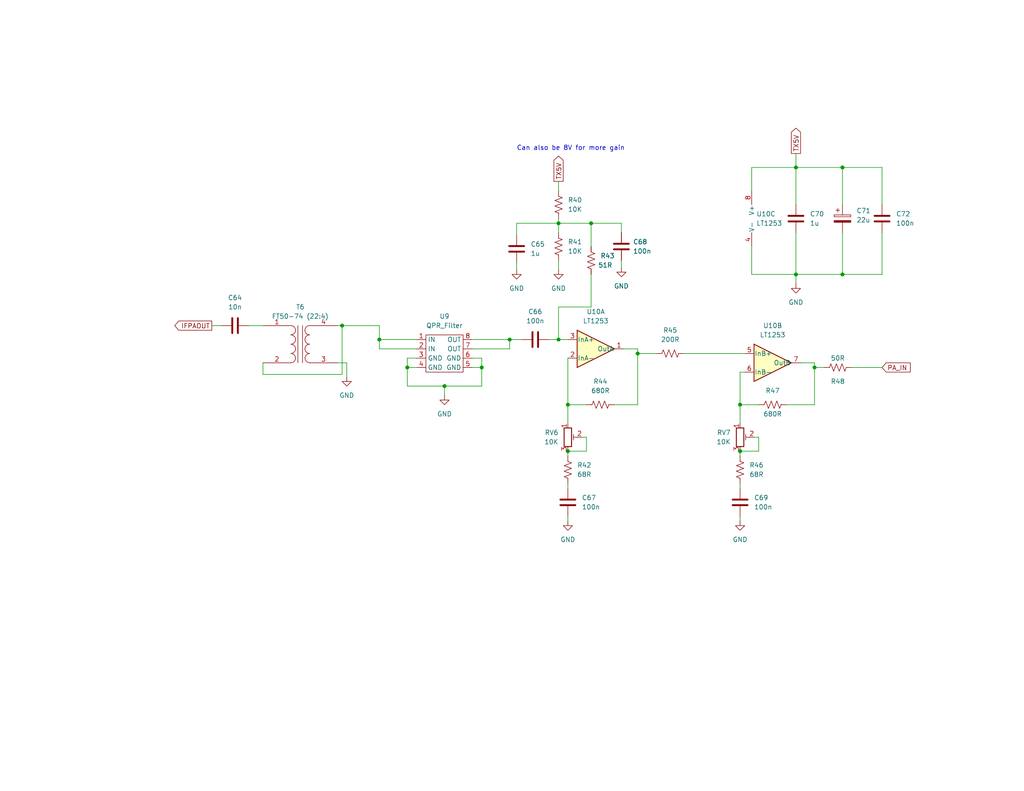
<source format=kicad_sch>
(kicad_sch (version 20211123) (generator eeschema)
  (paper "A")
  (title_block (title "Phoenix 612: RF AMP") (date "2022-08-31") (rev "0.1a") (company "DATER (Dave Peter)"))
  (lib_symbols
    (symbol "Custom_RF:LT1253" (pin_names (offset 0.127))
      (property "Reference" "U" (at 2.54 6.35 0))
      (property "Value" "LT1253" (at 1.27 -6.35 0))
      (symbol "LT1253_1_1"
        (polyline (pts (xy -5.08 5.08) (xy 5.08 0) (xy -5.08 -5.08) (xy -5.08 5.08)) (stroke (width 0.254)) (fill (type background)))
        (pin output line (at 7.62 0 180) (length 2.54) (name "OutA") (number "1"))
        (pin input line (at -7.62 -2.54 0) (length 2.54) (name "InA-") (number "2"))
        (pin input line (at -7.62 2.54 0) (length 2.54) (name "InA+") (number "3"))
      )
      (symbol "LT1253_2_1"
        (polyline (pts (xy -5.08 5.08) (xy 5.08 0) (xy -5.08 -5.08) (xy -5.08 5.08)) (stroke (width 0.254)) (fill (type background)))
        (pin input line (at -7.62 2.54 0) (length 2.54) (name "InB+") (number "5"))
        (pin input line (at -7.62 -2.54 0) (length 2.54) (name "InB-") (number "6"))
        (pin output line (at 7.62 0 180) (length 2.54) (name "OutB") (number "7"))
      )
      (symbol "LT1253_3_1"
        (pin power_in line (at -2.54 -7.62 90) (length 3.81) (name "V-") (number "4"))
        (pin power_in line (at -2.54 7.62 270) (length 3.81) (name "V+") (number "8"))
      )
    )
    (symbol "Custom_RF:QPR_Filter"
      (property "Reference" "U" (at 0 7.62 0))
      (property "Value" "QPR_Filter" (at 0 -7.62 0))
      (symbol "QPR_Filter_0_1"
        (rectangle (start -5.08 5.08) (end 5.08 -5.08))
      )
      (symbol "QPR_Filter_1_1"
        (pin bidirectional line (at -7.62 3.81 0) (length 2.54) (name "IN") (number "1"))
        (pin bidirectional line (at -7.62 1.27 0) (length 2.54) (name "IN") (number "2"))
        (pin power_in line (at -7.62 -1.27 0) (length 2.54) (name "GND") (number "3"))
        (pin power_in line (at -7.62 -3.81 0) (length 2.54) (name "GND") (number "4"))
        (pin power_in line (at 7.62 -3.81 180) (length 2.54) (name "GND") (number "5"))
        (pin power_in line (at 7.62 -1.27 180) (length 2.54) (name "GND") (number "6"))
        (pin bidirectional line (at 7.62 1.27 180) (length 2.54) (name "OUT") (number "7"))
        (pin bidirectional line (at 7.62 3.81 180) (length 2.54) (name "OUT") (number "8"))
      )
    )
    (symbol "Device:C" (pin_numbers hide) (pin_names (offset 0.254))
      (property "Reference" "C" (at 0.635 2.54 0))
      (property "Value" "C" (at 0.635 -2.54 0))
      (symbol "C_0_1"
        (polyline (pts (xy -2.032 -0.762) (xy 2.032 -0.762)) (stroke (width 0.508)))
        (polyline (pts (xy -2.032 0.762) (xy 2.032 0.762)) (stroke (width 0.508)))
      )
      (symbol "C_1_1"
        (pin passive line (at 0 3.81 270) (length 2.794) (name "~") (number "1"))
        (pin passive line (at 0 -3.81 90) (length 2.794) (name "~") (number "2"))
      )
    )
    (symbol "Device:C_Polarized" (pin_numbers hide) (pin_names (offset 0.254))
      (property "Reference" "C" (at 0.635 2.54 0))
      (property "Value" "C_Polarized" (at 0.635 -2.54 0))
      (symbol "C_Polarized_0_1"
        (rectangle (start -2.286 0.508) (end 2.286 1.016))
        (polyline (pts (xy -1.778 2.286) (xy -0.762 2.286)))
        (polyline (pts (xy -1.27 2.794) (xy -1.27 1.778)))
        (rectangle (start 2.286 -0.508) (end -2.286 -1.016) (fill (type outline)))
      )
      (symbol "C_Polarized_1_1"
        (pin passive line (at 0 3.81 270) (length 2.794) (name "~") (number "1"))
        (pin passive line (at 0 -3.81 90) (length 2.794) (name "~") (number "2"))
      )
    )
    (symbol "Device:R_Potentiometer_Trim" (pin_names (offset 1.016) hide)
      (property "Reference" "RV" (at -4.445 0 90))
      (property "Value" "R_Potentiometer_Trim" (at -2.54 0 90))
      (symbol "R_Potentiometer_Trim_0_1"
        (polyline (pts (xy 1.524 0.762) (xy 1.524 -0.762)))
        (polyline (pts (xy 2.54 0) (xy 1.524 0)))
        (rectangle (start 1.016 2.54) (end -1.016 -2.54) (stroke (width 0.254)))
      )
      (symbol "R_Potentiometer_Trim_1_1"
        (pin passive line (at 0 3.81 270) (length 1.27) (name "1") (number "1"))
        (pin passive line (at 3.81 0 180) (length 1.27) (name "2") (number "2"))
        (pin passive line (at 0 -3.81 90) (length 1.27) (name "3") (number "3"))
      )
    )
    (symbol "Device:R_US" (pin_numbers hide) (pin_names (offset 0))
      (property "Reference" "R" (at 2.54 0 90))
      (property "Value" "R_US" (at -2.54 0 90))
      (symbol "R_US_0_1"
        (polyline (pts (xy 0 -2.286) (xy 0 -2.54)))
        (polyline (pts (xy 0 2.286) (xy 0 2.54)))
        (polyline (pts (xy 0 -0.762) (xy 1.016 -1.143) (xy 0 -1.524) (xy -1.016 -1.905) (xy 0 -2.286)))
        (polyline (pts (xy 0 0.762) (xy 1.016 0.381) (xy 0 0) (xy -1.016 -0.381) (xy 0 -0.762)))
        (polyline (pts (xy 0 2.286) (xy 1.016 1.905) (xy 0 1.524) (xy -1.016 1.143) (xy 0 0.762)))
      )
      (symbol "R_US_1_1"
        (pin passive line (at 0 3.81 270) (length 1.27) (name "~") (number "1"))
        (pin passive line (at 0 -3.81 90) (length 1.27) (name "~") (number "2"))
      )
    )
    (symbol "Device:Transformer_1P_1S" (pin_names (offset 1.016) hide)
      (property "Reference" "T" (at 0 6.35 0))
      (property "Value" "Transformer_1P_1S" (at 0 -7.62 0))
      (symbol "Transformer_1P_1S_0_1"
        (arc (start -2.54 -5.0546) (mid -1.6599 -4.6901) (end -1.27 -3.81))
        (arc (start -2.54 -2.5146) (mid -1.6599 -2.1501) (end -1.27 -1.27))
        (arc (start -2.54 0.0254) (mid -1.6599 0.3899) (end -1.27 1.27))
        (arc (start -2.54 2.5654) (mid -1.6599 2.9299) (end -1.27 3.81))
        (arc (start -1.27 -3.81) (mid -1.642 -2.912) (end -2.54 -2.54))
        (arc (start -1.27 -1.27) (mid -1.642 -0.372) (end -2.54 0))
        (arc (start -1.27 1.27) (mid -1.642 2.168) (end -2.54 2.54))
        (arc (start -1.27 3.81) (mid -1.642 4.708) (end -2.54 5.08))
        (polyline (pts (xy -0.635 5.08) (xy -0.635 -5.08)))
        (polyline (pts (xy 0.635 -5.08) (xy 0.635 5.08)))
        (arc (start 1.2954 -1.27) (mid 1.6599 -2.1501) (end 2.54 -2.5146))
        (arc (start 1.2954 1.27) (mid 1.6599 0.3899) (end 2.54 0.0254))
        (arc (start 1.2954 3.81) (mid 1.6599 2.9299) (end 2.54 2.5654))
        (arc (start 1.3208 -3.81) (mid 1.6853 -4.6901) (end 2.5654 -5.0546))
        (arc (start 2.54 0) (mid 1.642 -0.372) (end 1.2954 -1.27))
        (arc (start 2.54 2.54) (mid 1.642 2.168) (end 1.2954 1.27))
        (arc (start 2.54 5.08) (mid 1.642 4.708) (end 1.2954 3.81))
        (arc (start 2.5654 -2.54) (mid 1.6674 -2.912) (end 1.3208 -3.81))
      )
      (symbol "Transformer_1P_1S_1_1"
        (pin passive line (at -10.16 5.08 0) (length 7.62) (name "AA") (number "1"))
        (pin passive line (at -10.16 -5.08 0) (length 7.62) (name "AB") (number "2"))
        (pin passive line (at 10.16 -5.08 180) (length 7.62) (name "SA") (number "3"))
        (pin passive line (at 10.16 5.08 180) (length 7.62) (name "SB") (number "4"))
      )
    )
    (symbol "power:GND" (power) (pin_names (offset 0))
      (property "Value" "GND" (at 0 -3.81 0))
      (symbol "GND_0_1"
        (polyline (pts (xy 0 0) (xy 0 -1.27) (xy 1.27 -1.27) (xy 0 -2.54) (xy -1.27 -1.27) (xy 0 -1.27)))
      )
      (symbol "GND_1_1"
        (pin power_in line (at 0 0 270) (length 0) hide (name "GND") (number "1"))
      )
    )
  )
  (junction (at 152.4 60.96))
  (junction (at 217.17 74.93))
  (junction (at 229.87 74.93))
  (junction (at 152.4 92.71))
  (junction (at 121.285 105.41))
  (junction (at 161.29 60.96))
  (junction (at 103.505 92.71))
  (junction (at 201.93 110.49))
  (junction (at 154.94 110.49))
  (junction (at 93.345 88.9))
  (junction (at 229.87 45.72))
  (junction (at 217.17 45.72))
  (junction (at 154.94 123.19))
  (junction (at 201.93 123.19))
  (junction (at 111.125 100.33))
  (junction (at 222.25 100.33))
  (junction (at 173.99 96.52))
  (junction (at 131.445 100.33))
  (junction (at 139.065 92.71))
  (wire (pts (xy 103.505 95.25) (xy 113.665 95.25)))
  (wire (pts (xy 205.105 74.93) (xy 217.17 74.93)))
  (wire (pts (xy 201.93 110.49) (xy 201.93 115.57)))
  (wire (pts (xy 152.4 71.12) (xy 152.4 73.66)))
  (wire (pts (xy 128.905 95.25) (xy 139.065 95.25)))
  (wire (pts (xy 152.4 59.69) (xy 152.4 60.96)))
  (wire (pts (xy 152.4 60.96) (xy 161.29 60.96)))
  (wire (pts (xy 169.545 73.025) (xy 169.545 71.12)))
  (wire (pts (xy 229.87 63.5) (xy 229.87 74.93)))
  (wire (pts (xy 201.93 132.08) (xy 201.93 133.35)))
  (wire (pts (xy 161.29 60.96) (xy 161.29 67.31)))
  (wire (pts (xy 203.2 101.6) (xy 201.93 101.6)))
  (wire (pts (xy 167.64 110.49) (xy 173.99 110.49)))
  (wire (pts (xy 139.065 92.71) (xy 139.065 95.25)))
  (wire (pts (xy 170.18 95.25) (xy 173.99 95.25)))
  (wire (pts (xy 152.4 92.71) (xy 154.94 92.71)))
  (wire (pts (xy 229.87 74.93) (xy 240.665 74.93)))
  (wire (pts (xy 217.17 41.91) (xy 217.17 45.72)))
  (wire (pts (xy 169.545 60.96) (xy 161.29 60.96)))
  (wire (pts (xy 160.02 119.38) (xy 160.02 123.19)))
  (wire (pts (xy 217.17 45.72) (xy 229.87 45.72)))
  (wire (pts (xy 128.905 100.33) (xy 131.445 100.33)))
  (wire (pts (xy 128.905 97.79) (xy 131.445 97.79)))
  (wire (pts (xy 154.94 132.08) (xy 154.94 133.35)))
  (wire (pts (xy 103.505 95.25) (xy 103.505 92.71)))
  (wire (pts (xy 92.075 88.9) (xy 93.345 88.9)))
  (wire (pts (xy 161.29 83.82) (xy 152.4 83.82)))
  (wire (pts (xy 201.93 140.97) (xy 201.93 142.24)))
  (wire (pts (xy 93.345 102.235) (xy 93.345 88.9)))
  (wire (pts (xy 217.17 63.5) (xy 217.17 74.93)))
  (wire (pts (xy 152.4 49.53) (xy 152.4 52.07)))
  (wire (pts (xy 94.615 99.06) (xy 92.075 99.06)))
  (wire (pts (xy 217.17 74.93) (xy 229.87 74.93)))
  (wire (pts (xy 71.755 102.235) (xy 93.345 102.235)))
  (wire (pts (xy 140.97 73.66) (xy 140.97 71.755)))
  (wire (pts (xy 131.445 97.79) (xy 131.445 100.33)))
  (wire (pts (xy 169.545 60.96) (xy 169.545 63.5)))
  (wire (pts (xy 240.665 45.72) (xy 240.665 55.88)))
  (wire (pts (xy 222.25 100.33) (xy 224.79 100.33)))
  (wire (pts (xy 218.44 99.06) (xy 222.25 99.06)))
  (wire (pts (xy 217.17 74.93) (xy 217.17 77.47)))
  (wire (pts (xy 173.99 96.52) (xy 173.99 110.49)))
  (wire (pts (xy 57.785 88.9) (xy 60.325 88.9)))
  (wire (pts (xy 217.17 45.72) (xy 205.105 45.72)))
  (wire (pts (xy 71.755 99.06) (xy 71.755 102.235)))
  (wire (pts (xy 205.105 67.31) (xy 205.105 74.93)))
  (wire (pts (xy 121.285 105.41) (xy 131.445 105.41)))
  (wire (pts (xy 152.4 60.96) (xy 152.4 63.5)))
  (wire (pts (xy 111.125 100.33) (xy 113.665 100.33)))
  (wire (pts (xy 205.74 119.38) (xy 207.01 119.38)))
  (wire (pts (xy 111.125 97.79) (xy 111.125 100.33)))
  (wire (pts (xy 94.615 99.06) (xy 94.615 102.87)))
  (wire (pts (xy 201.93 123.19) (xy 207.01 123.19)))
  (wire (pts (xy 158.75 119.38) (xy 160.02 119.38)))
  (wire (pts (xy 214.63 110.49) (xy 222.25 110.49)))
  (wire (pts (xy 240.665 74.93) (xy 240.665 63.5)))
  (wire (pts (xy 173.99 96.52) (xy 179.07 96.52)))
  (wire (pts (xy 152.4 60.96) (xy 140.97 60.96)))
  (wire (pts (xy 222.25 100.33) (xy 222.25 110.49)))
  (wire (pts (xy 161.29 74.93) (xy 161.29 83.82)))
  (wire (pts (xy 217.17 45.72) (xy 217.17 55.88)))
  (wire (pts (xy 154.94 140.97) (xy 154.94 142.24)))
  (wire (pts (xy 111.125 100.33) (xy 111.125 105.41)))
  (wire (pts (xy 67.945 88.9) (xy 71.755 88.9)))
  (wire (pts (xy 139.065 92.71) (xy 142.24 92.71)))
  (wire (pts (xy 201.93 110.49) (xy 207.01 110.49)))
  (wire (pts (xy 154.94 123.19) (xy 160.02 123.19)))
  (wire (pts (xy 154.94 97.79) (xy 154.94 110.49)))
  (wire (pts (xy 229.87 45.72) (xy 229.87 55.88)))
  (wire (pts (xy 201.93 123.19) (xy 201.93 124.46)))
  (wire (pts (xy 154.94 110.49) (xy 154.94 115.57)))
  (wire (pts (xy 173.99 95.25) (xy 173.99 96.52)))
  (wire (pts (xy 149.86 92.71) (xy 152.4 92.71)))
  (wire (pts (xy 222.25 99.06) (xy 222.25 100.33)))
  (wire (pts (xy 121.285 105.41) (xy 121.285 107.95)))
  (wire (pts (xy 154.94 123.19) (xy 154.94 124.46)))
  (wire (pts (xy 113.665 97.79) (xy 111.125 97.79)))
  (wire (pts (xy 140.97 60.96) (xy 140.97 64.135)))
  (wire (pts (xy 201.93 101.6) (xy 201.93 110.49)))
  (wire (pts (xy 186.69 96.52) (xy 203.2 96.52)))
  (wire (pts (xy 103.505 88.9) (xy 103.505 92.71)))
  (wire (pts (xy 111.125 105.41) (xy 121.285 105.41)))
  (wire (pts (xy 128.905 92.71) (xy 139.065 92.71)))
  (wire (pts (xy 152.4 83.82) (xy 152.4 92.71)))
  (wire (pts (xy 207.01 119.38) (xy 207.01 123.19)))
  (wire (pts (xy 103.505 92.71) (xy 113.665 92.71)))
  (wire (pts (xy 93.345 88.9) (xy 103.505 88.9)))
  (wire (pts (xy 131.445 105.41) (xy 131.445 100.33)))
  (wire (pts (xy 240.665 100.33) (xy 232.41 100.33)))
  (wire (pts (xy 205.105 45.72) (xy 205.105 52.07)))
  (wire (pts (xy 154.94 110.49) (xy 160.02 110.49)))
  (wire (pts (xy 229.87 45.72) (xy 240.665 45.72)))
  (text "Can also be 8V for more gain" (at 140.97 41.275 0) (effects (font (size 1.27 1.27)) (justify left bottom)))
  (global_label "PA_IN" (shape input) (at 240.665 100.33 0) (property "Intersheet References" "${INTERSHEET_REFS}" (effects hide)))
  (global_label "TX5V" (shape output) (at 152.4 49.53 90) (property "Intersheet References" "${INTERSHEET_REFS}" (effects hide)))
  (global_label "TX5V" (shape output) (at 217.17 41.91 90) (property "Intersheet References" "${INTERSHEET_REFS}" (effects hide)))
  (global_label "IFPAOUT" (shape output) (at 57.785 88.9 180) (property "Intersheet References" "${INTERSHEET_REFS}" (effects hide)))
  (symbol (lib_id "Device:R_US") (at 163.83 110.49 90) (unit 1)
    (property "Reference" "R44" (at 163.83 104.14 90))
    (property "Value" "680R" (at 163.83 106.68 90))
    (property "Footprint" "Resistor_THT:R_Axial_DIN0207_L6.3mm_D2.5mm_P10.16mm_Horizontal" (effects hide))
  )
  (symbol (lib_id "power:GND") (at 154.94 142.24 0) (unit 1)
    (property "Reference" "#PWR073" (effects hide))
    (property "Value" "GND" (at 154.94 147.32 0))
  )
  (symbol (lib_id "Device:R_US") (at 154.94 128.27 0) (unit 1)
    (property "Reference" "R42" (at 157.48 126.9999 0) (effects (justify left)))
    (property "Value" "68R" (at 157.48 129.5399 0) (effects (justify left)))
    (property "Footprint" "Resistor_THT:R_Axial_DIN0207_L6.3mm_D2.5mm_P10.16mm_Horizontal" (effects hide))
  )
  (symbol (lib_id "power:GND") (at 94.615 102.87 0) (unit 1)
    (property "Reference" "#PWR069" (effects hide))
    (property "Value" "GND" (at 94.615 107.95 0))
  )
  (symbol (lib_id "Device:C") (at 201.93 137.16 0) (unit 1)
    (property "Reference" "C69" (at 205.74 135.8899 0) (effects (justify left)))
    (property "Value" "100n" (at 205.74 138.4299 0) (effects (justify left)))
    (property "Footprint" "Capacitor_THT:C_Disc_D3.4mm_W2.1mm_P2.50mm" (effects hide))
  )
  (symbol (lib_id "Device:R_US") (at 201.93 128.27 0) (unit 1)
    (property "Reference" "R46" (at 204.47 126.9999 0) (effects (justify left)))
    (property "Value" "68R" (at 204.47 129.5399 0) (effects (justify left)))
    (property "Footprint" "Resistor_THT:R_Axial_DIN0207_L6.3mm_D2.5mm_P10.16mm_Horizontal" (effects hide))
  )
  (symbol (lib_id "power:GND") (at 217.17 77.47 0) (unit 1)
    (property "Reference" "#PWR076" (effects hide))
    (property "Value" "GND" (at 217.17 82.55 0))
  )
  (symbol (lib_id "Device:C") (at 140.97 67.945 0) (unit 1)
    (property "Reference" "C65" (at 144.78 66.6749 0) (effects (justify left)))
    (property "Value" "1u" (at 144.78 69.2149 0) (effects (justify left)))
    (property "Footprint" "Capacitor_THT:C_Disc_D3.4mm_W2.1mm_P2.50mm" (effects hide))
  )
  (symbol (lib_id "Device:R_US") (at 152.4 67.31 0) (unit 1)
    (property "Reference" "R41" (at 154.94 66.0399 0) (effects (justify left)))
    (property "Value" "10K" (at 154.94 68.5799 0) (effects (justify left)))
    (property "Footprint" "Resistor_THT:R_Axial_DIN0207_L6.3mm_D2.5mm_P10.16mm_Horizontal" (effects hide))
  )
  (symbol (lib_id "Device:R_Potentiometer_Trim") (at 201.93 119.38 0) (unit 1)
    (property "Reference" "RV7" (at 199.39 118.1099 0) (effects (justify right)))
    (property "Value" "10K" (at 199.39 120.6499 0) (effects (justify right)))
    (property "Footprint" "Potentiometer_THT:Potentiometer_Bourns_3296W_Vertical" (effects hide))
  )
  (symbol (lib_id "Device:R_US") (at 210.82 110.49 270) (unit 1)
    (property "Reference" "R47" (at 210.82 106.68 90))
    (property "Value" "680R" (at 210.82 113.03 90))
    (property "Footprint" "Resistor_THT:R_Axial_DIN0207_L6.3mm_D2.5mm_P10.16mm_Horizontal" (effects hide))
  )
  (symbol (lib_id "power:GND") (at 140.97 73.66 0) (unit 1)
    (property "Reference" "#PWR071" (effects hide))
    (property "Value" "GND" (at 140.97 78.74 0))
  )
  (symbol (lib_id "Custom_RF:QPR_Filter") (at 121.285 96.52 0) (unit 1)
    (property "Reference" "U9" (at 121.285 86.36 0))
    (property "Value" "QPR_Filter" (at 121.285 88.9 0))
    (property "Footprint" "Custom_RF:QRPLabs_Filter_TH" (effects hide))
    (property "Datasheet" "https://www.qrp-labs.com/lpfkit.html" (effects hide))
  )
  (symbol (lib_id "power:GND") (at 169.545 73.025 0) (unit 1)
    (property "Reference" "#PWR074" (effects hide))
    (property "Value" "GND" (at 169.545 78.105 0))
  )
  (symbol (lib_id "Device:C") (at 240.665 59.69 0) (unit 1)
    (property "Reference" "C72" (at 244.475 58.4199 0) (effects (justify left)))
    (property "Value" "100n" (at 244.475 60.9599 0) (effects (justify left)))
    (property "Footprint" "Capacitor_THT:C_Disc_D3.4mm_W2.1mm_P2.50mm" (effects hide))
  )
  (symbol (lib_id "Device:R_US") (at 152.4 55.88 0) (unit 1)
    (property "Reference" "R40" (at 154.94 54.6099 0) (effects (justify left)))
    (property "Value" "10K" (at 154.94 57.1499 0) (effects (justify left)))
    (property "Footprint" "Resistor_THT:R_Axial_DIN0207_L6.3mm_D2.5mm_P10.16mm_Horizontal" (effects hide))
  )
  (symbol (lib_id "Device:C") (at 169.545 67.31 0) (unit 1)
    (property "Reference" "C68" (at 172.72 66.0399 0) (effects (justify left)))
    (property "Value" "100n" (at 172.72 68.5799 0) (effects (justify left)))
    (property "Footprint" "Capacitor_THT:C_Disc_D3.4mm_W2.1mm_P2.50mm" (effects hide))
  )
  (symbol (lib_id "Custom_RF:LT1253") (at 210.82 99.06 0) (unit 2)
    (property "Reference" "U10" (at 210.82 88.9 0))
    (property "Value" "LT1253" (at 210.82 91.44 0))
    (property "Footprint" "Package_DIP:DIP-8_W7.62mm" (effects hide))
    (property "Datasheet" "https://www.analog.com/media/en/technical-documentation/data-sheets/lt1253.pdf" (effects hide))
  )
  (symbol (lib_id "Custom_RF:LT1253") (at 162.56 95.25 0) (unit 1)
    (property "Reference" "U10" (at 162.56 85.09 0))
    (property "Value" "LT1253" (at 162.56 87.63 0))
    (property "Footprint" "Package_DIP:DIP-8_W7.62mm" (effects hide))
    (property "Datasheet" "https://www.analog.com/media/en/technical-documentation/data-sheets/lt1253.pdf" (effects hide))
  )
  (symbol (lib_id "Device:C") (at 217.17 59.69 0) (unit 1)
    (property "Reference" "C70" (at 220.98 58.4199 0) (effects (justify left)))
    (property "Value" "1u" (at 220.98 60.9599 0) (effects (justify left)))
    (property "Footprint" "Capacitor_THT:C_Disc_D3.4mm_W2.1mm_P2.50mm" (effects hide))
  )
  (symbol (lib_id "Device:C") (at 154.94 137.16 0) (unit 1)
    (property "Reference" "C67" (at 158.75 135.8899 0) (effects (justify left)))
    (property "Value" "100n" (at 158.75 138.4299 0) (effects (justify left)))
    (property "Footprint" "Capacitor_THT:C_Disc_D3.4mm_W2.1mm_P2.50mm" (effects hide))
  )
  (symbol (lib_id "power:GND") (at 152.4 73.66 0) (unit 1)
    (property "Reference" "#PWR072" (effects hide))
    (property "Value" "GND" (at 152.4 78.74 0))
  )
  (symbol (lib_id "Device:C") (at 64.135 88.9 90) (unit 1)
    (property "Reference" "C64" (at 64.135 81.28 90))
    (property "Value" "10n" (at 64.135 83.82 90))
    (property "Footprint" "Capacitor_THT:C_Disc_D3.4mm_W2.1mm_P2.50mm" (effects hide))
  )
  (symbol (lib_id "Device:R_US") (at 161.29 71.12 180) (unit 1)
    (property "Reference" "R43" (at 163.83 69.85 0) (effects (justify right)))
    (property "Value" "51R" (at 163.195 72.39 0) (effects (justify right)))
    (property "Footprint" "Resistor_THT:R_Axial_DIN0207_L6.3mm_D2.5mm_P10.16mm_Horizontal" (effects hide))
  )
  (symbol (lib_id "Custom_RF:LT1253") (at 207.645 59.69 0) (unit 3)
    (property "Reference" "U10" (at 206.375 58.4199 0) (effects (justify left)))
    (property "Value" "LT1253" (at 206.375 60.9599 0) (effects (justify left)))
    (property "Footprint" "Package_DIP:DIP-8_W7.62mm" (effects hide))
    (property "Datasheet" "https://www.analog.com/media/en/technical-documentation/data-sheets/lt1253.pdf" (effects hide))
  )
  (symbol (lib_id "Device:R_US") (at 182.88 96.52 90) (unit 1)
    (property "Reference" "R45" (at 182.88 90.17 90))
    (property "Value" "200R" (at 182.88 92.71 90))
    (property "Footprint" "Resistor_THT:R_Axial_DIN0207_L6.3mm_D2.5mm_P10.16mm_Horizontal" (effects hide))
  )
  (symbol (lib_id "Device:R_US") (at 228.6 100.33 90) (unit 1)
    (property "Reference" "R48" (at 228.6 104.14 90))
    (property "Value" "50R" (at 228.6 97.79 90))
    (property "Footprint" "Resistor_THT:R_Axial_DIN0207_L6.3mm_D2.5mm_P10.16mm_Horizontal" (effects hide))
  )
  (symbol (lib_id "Device:R_Potentiometer_Trim") (at 154.94 119.38 0) (unit 1)
    (property "Reference" "RV6" (at 152.4 118.1099 0) (effects (justify right)))
    (property "Value" "10K" (at 152.4 120.6499 0) (effects (justify right)))
    (property "Footprint" "Potentiometer_THT:Potentiometer_Bourns_3296W_Vertical" (effects hide))
  )
  (symbol (lib_id "Device:C") (at 146.05 92.71 90) (unit 1)
    (property "Reference" "C66" (at 146.05 85.09 90))
    (property "Value" "100n" (at 146.05 87.63 90))
    (property "Footprint" "Capacitor_THT:C_Disc_D3.4mm_W2.1mm_P2.50mm" (effects hide))
  )
  (symbol (lib_id "Device:C_Polarized") (at 229.87 59.69 0) (unit 1)
    (property "Reference" "C71" (at 233.68 57.5309 0) (effects (justify left)))
    (property "Value" "22u" (at 233.68 60.0709 0) (effects (justify left)))
    (property "Footprint" "Capacitor_THT:CP_Radial_D8.0mm_P2.50mm" (effects hide))
  )
  (symbol (lib_id "Device:Transformer_1P_1S") (at 81.915 93.98 0) (unit 1)
    (property "Reference" "T6" (at 81.9277 83.82 0))
    (property "Value" "FT50-74 (22:4)" (at 81.9277 86.36 0))
    (property "Footprint" "Transformer_THT:Transformer_Toroid_Horizontal_D14.0mm_Amidon-T50" (effects hide))
  )
  (symbol (lib_id "power:GND") (at 201.93 142.24 0) (unit 1)
    (property "Reference" "#PWR075" (effects hide))
    (property "Value" "GND" (at 201.93 147.32 0))
  )
  (symbol (lib_id "power:GND") (at 121.285 107.95 0) (unit 1)
    (property "Reference" "#PWR070" (effects hide))
    (property "Value" "GND" (at 121.285 113.03 0))
  )
)
</source>
